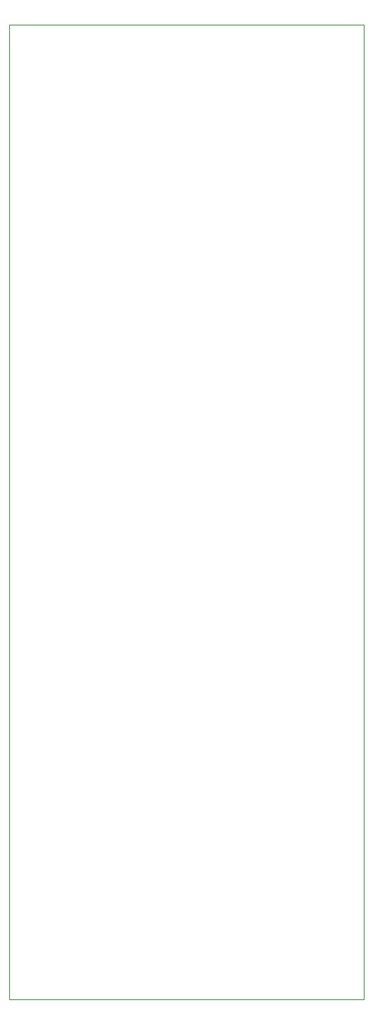
<source format=gm1>
G04 #@! TF.FileFunction,Profile,NP*
%FSLAX46Y46*%
G04 Gerber Fmt 4.6, Leading zero omitted, Abs format (unit mm)*
G04 Created by KiCad (PCBNEW (2016-08-20 BZR 7083)-product) date Mon Jan  2 06:37:45 2017*
%MOMM*%
%LPD*%
G01*
G04 APERTURE LIST*
%ADD10C,0.100000*%
G04 APERTURE END LIST*
D10*
X0Y107000000D02*
X0Y0D01*
X39000000Y107000000D02*
X0Y107000000D01*
X39000000Y0D02*
X39000000Y107000000D01*
X0Y0D02*
X39000000Y0D01*
M02*

</source>
